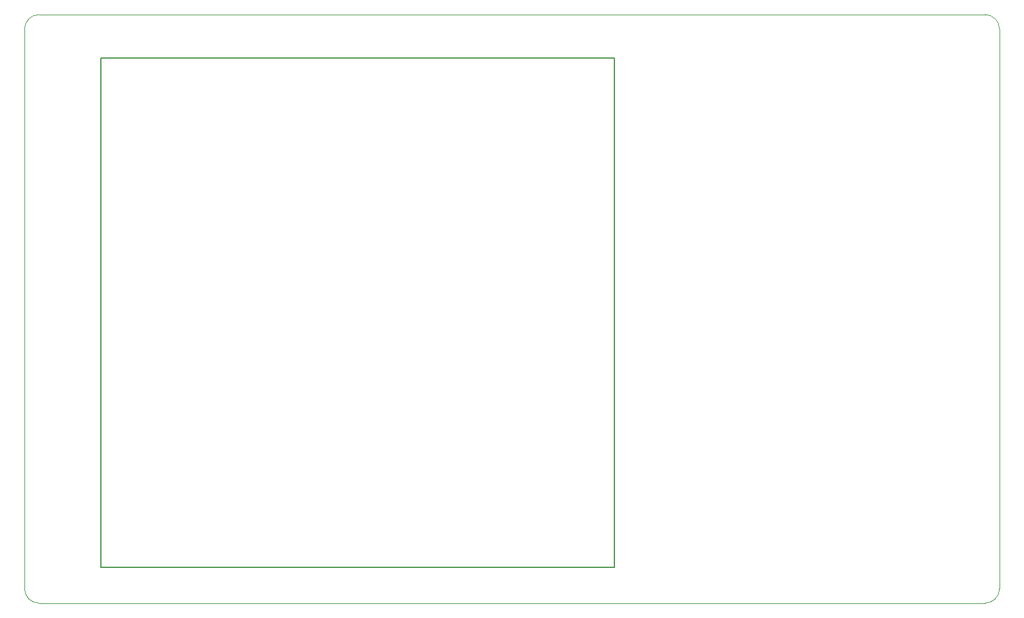
<source format=gbr>
%TF.GenerationSoftware,KiCad,Pcbnew,9.0.0*%
%TF.CreationDate,2025-10-26T20:42:14-07:00*%
%TF.ProjectId,Control_Dock,436f6e74-726f-46c5-9f44-6f636b2e6b69,1.0*%
%TF.SameCoordinates,Original*%
%TF.FileFunction,Profile,NP*%
%FSLAX46Y46*%
G04 Gerber Fmt 4.6, Leading zero omitted, Abs format (unit mm)*
G04 Created by KiCad (PCBNEW 9.0.0) date 2025-10-26 20:42:14*
%MOMM*%
%LPD*%
G01*
G04 APERTURE LIST*
%TA.AperFunction,Profile*%
%ADD10C,0.200000*%
%TD*%
%TA.AperFunction,Profile*%
%ADD11C,0.050000*%
%TD*%
G04 APERTURE END LIST*
D10*
X58540000Y-56080000D02*
X129660000Y-56080000D01*
X129660000Y-126700000D01*
X58540000Y-126700000D01*
X58540000Y-56080000D01*
D11*
X182970000Y-52085000D02*
X182970000Y-129675000D01*
X182970000Y-129675000D02*
G75*
G02*
X180970000Y-131675000I-2000000J0D01*
G01*
X49948000Y-50085000D02*
X180970000Y-50085000D01*
X180970000Y-131675000D02*
X49948000Y-131675000D01*
X49948000Y-131675000D02*
G75*
G02*
X47948000Y-129675000I0J2000000D01*
G01*
X47948000Y-52085000D02*
G75*
G02*
X49948000Y-50085000I2000000J0D01*
G01*
X180970000Y-50085000D02*
G75*
G02*
X182970000Y-52085000I0J-2000000D01*
G01*
X47948000Y-129675000D02*
X47948000Y-52085000D01*
M02*

</source>
